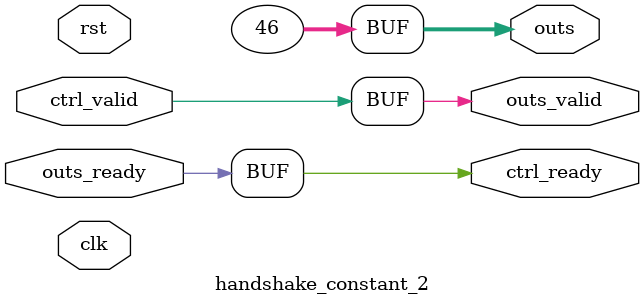
<source format=v>
`timescale 1ns / 1ps
module handshake_constant_2 #(
  parameter DATA_WIDTH = 32  // Default set to 32 bits
) (
  input                       clk,
  input                       rst,
  // Input Channel
  input                       ctrl_valid,
  output                      ctrl_ready,
  // Output Channel
  output [DATA_WIDTH - 1 : 0] outs,
  output                      outs_valid,
  input                       outs_ready
);
  assign outs       = 7'b0101110;
  assign outs_valid = ctrl_valid;
  assign ctrl_ready = outs_ready;

endmodule

</source>
